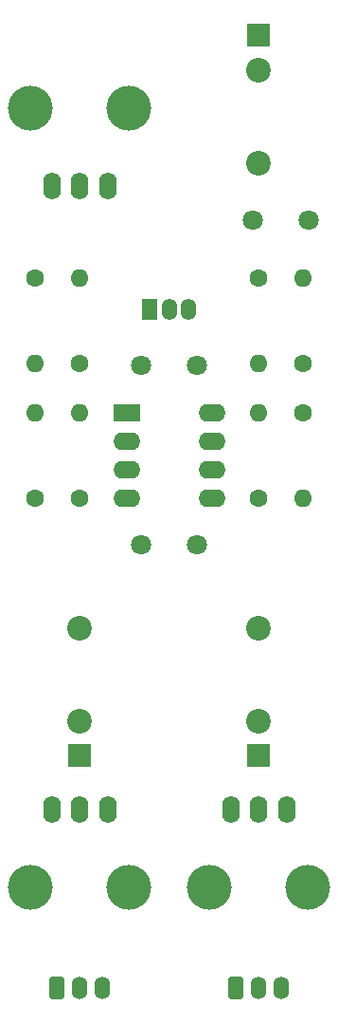
<source format=gbr>
%TF.GenerationSoftware,KiCad,Pcbnew,9.0.1*%
%TF.CreationDate,2025-06-13T20:46:25+10:00*%
%TF.ProjectId,Mixer,4d697865-722e-46b6-9963-61645f706362,rev?*%
%TF.SameCoordinates,Original*%
%TF.FileFunction,Soldermask,Top*%
%TF.FilePolarity,Negative*%
%FSLAX46Y46*%
G04 Gerber Fmt 4.6, Leading zero omitted, Abs format (unit mm)*
G04 Created by KiCad (PCBNEW 9.0.1) date 2025-06-13 20:46:25*
%MOMM*%
%LPD*%
G01*
G04 APERTURE LIST*
G04 Aperture macros list*
%AMRoundRect*
0 Rectangle with rounded corners*
0 $1 Rounding radius*
0 $2 $3 $4 $5 $6 $7 $8 $9 X,Y pos of 4 corners*
0 Add a 4 corners polygon primitive as box body*
4,1,4,$2,$3,$4,$5,$6,$7,$8,$9,$2,$3,0*
0 Add four circle primitives for the rounded corners*
1,1,$1+$1,$2,$3*
1,1,$1+$1,$4,$5*
1,1,$1+$1,$6,$7*
1,1,$1+$1,$8,$9*
0 Add four rect primitives between the rounded corners*
20,1,$1+$1,$2,$3,$4,$5,0*
20,1,$1+$1,$4,$5,$6,$7,0*
20,1,$1+$1,$6,$7,$8,$9,0*
20,1,$1+$1,$8,$9,$2,$3,0*%
G04 Aperture macros list end*
%ADD10C,1.600000*%
%ADD11O,1.600000X1.600000*%
%ADD12C,4.000000*%
%ADD13O,1.600000X2.400000*%
%ADD14R,2.000000X2.000000*%
%ADD15C,2.200000*%
%ADD16RoundRect,0.291666X-0.408334X-0.708334X0.408334X-0.708334X0.408334X0.708334X-0.408334X0.708334X0*%
%ADD17O,1.400000X2.000000*%
%ADD18C,1.800000*%
%ADD19R,1.350000X1.900000*%
%ADD20O,1.350000X1.900000*%
%ADD21R,2.400000X1.600000*%
%ADD22O,2.400000X1.600000*%
G04 APERTURE END LIST*
D10*
%TO.C,R6*%
X162000000Y-87810000D03*
D11*
X162000000Y-80190000D03*
%TD*%
D12*
%TO.C,RV1*%
X146400000Y-134562501D03*
X137600000Y-134562501D03*
D13*
X139499999Y-127562501D03*
X142000000Y-127562502D03*
X144500001Y-127562501D03*
%TD*%
D10*
%TO.C,R4*%
X142000000Y-87810000D03*
D11*
X142000000Y-80190000D03*
%TD*%
D14*
%TO.C,J2*%
X158000000Y-122780000D03*
D15*
X158000000Y-119680000D03*
X158000000Y-111380001D03*
%TD*%
D14*
%TO.C,J3*%
X158000000Y-58520000D03*
D15*
X158000000Y-61620000D03*
X158000000Y-69920000D03*
%TD*%
D14*
%TO.C,J1*%
X142000000Y-122780000D03*
D15*
X142000000Y-119680000D03*
X142000000Y-111380001D03*
%TD*%
D10*
%TO.C,R2*%
X142000000Y-99810000D03*
D11*
X142000000Y-92190000D03*
%TD*%
D16*
%TO.C,J5*%
X140000000Y-143550000D03*
D17*
X142000000Y-143550000D03*
X144000000Y-143550000D03*
%TD*%
D10*
%TO.C,R1*%
X138000000Y-99810000D03*
D11*
X138000000Y-92190000D03*
%TD*%
D10*
%TO.C,R8*%
X162000000Y-92190000D03*
D11*
X162000000Y-99810000D03*
%TD*%
D18*
%TO.C,C1*%
X152500000Y-88000000D03*
X147500000Y-88000000D03*
%TD*%
D16*
%TO.C,J6*%
X156000000Y-143550000D03*
D17*
X158000000Y-143550000D03*
X160000000Y-143550000D03*
%TD*%
D10*
%TO.C,R7*%
X158000000Y-99810000D03*
D11*
X158000000Y-92190000D03*
%TD*%
D18*
%TO.C,C3*%
X147500000Y-104000000D03*
X152500000Y-104000000D03*
%TD*%
D19*
%TO.C,Q1*%
X148230000Y-83000000D03*
D20*
X150000000Y-83000000D03*
X151730000Y-83000000D03*
%TD*%
D12*
%TO.C,RV2*%
X162400000Y-134562501D03*
X153600000Y-134562501D03*
D13*
X155499999Y-127562501D03*
X158000000Y-127562502D03*
X160500001Y-127562501D03*
%TD*%
D18*
%TO.C,C2*%
X162500000Y-75000000D03*
X157500000Y-75000000D03*
%TD*%
D12*
%TO.C,RV3*%
X137600000Y-65000000D03*
X146400000Y-65000000D03*
D13*
X144500001Y-72000000D03*
X142000000Y-72000000D03*
X139499999Y-72000000D03*
%TD*%
D10*
%TO.C,R3*%
X138000000Y-80190000D03*
D11*
X138000000Y-87810000D03*
%TD*%
D10*
%TO.C,R5*%
X158000000Y-80190000D03*
D11*
X158000000Y-87810000D03*
%TD*%
D21*
%TO.C,U1*%
X146190000Y-92190000D03*
D22*
X146190000Y-94730000D03*
X146190000Y-97270000D03*
X146190000Y-99810000D03*
X153810000Y-99810000D03*
X153810000Y-97270000D03*
X153810000Y-94730000D03*
X153810000Y-92190000D03*
%TD*%
M02*

</source>
